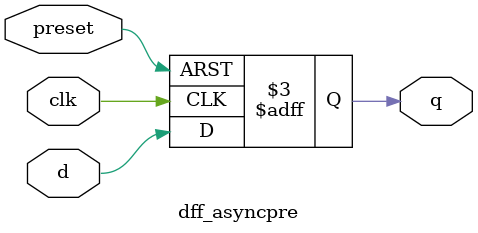
<source format=sv>

module dff_asyncpre(clk, d, q, preset);
  //INITIALIZE INPUTS AND OUTPUTS BASED ON MANUAL INSTRUCTIONS
  input clk, d, preset;
  output reg q;
  
  //ALWAYS BLOCK
  	//IF PRESET = 0 THEN SET Q = 1
    //ADD D-FF FUNCTIONALITY
  //END ALWAYS BLOCK
  
  always @(posedge clk or negedge preset)
    begin
      if (!preset)
        q = 1'b1;
      else
        q = d;
    end
  
endmodule
</source>
